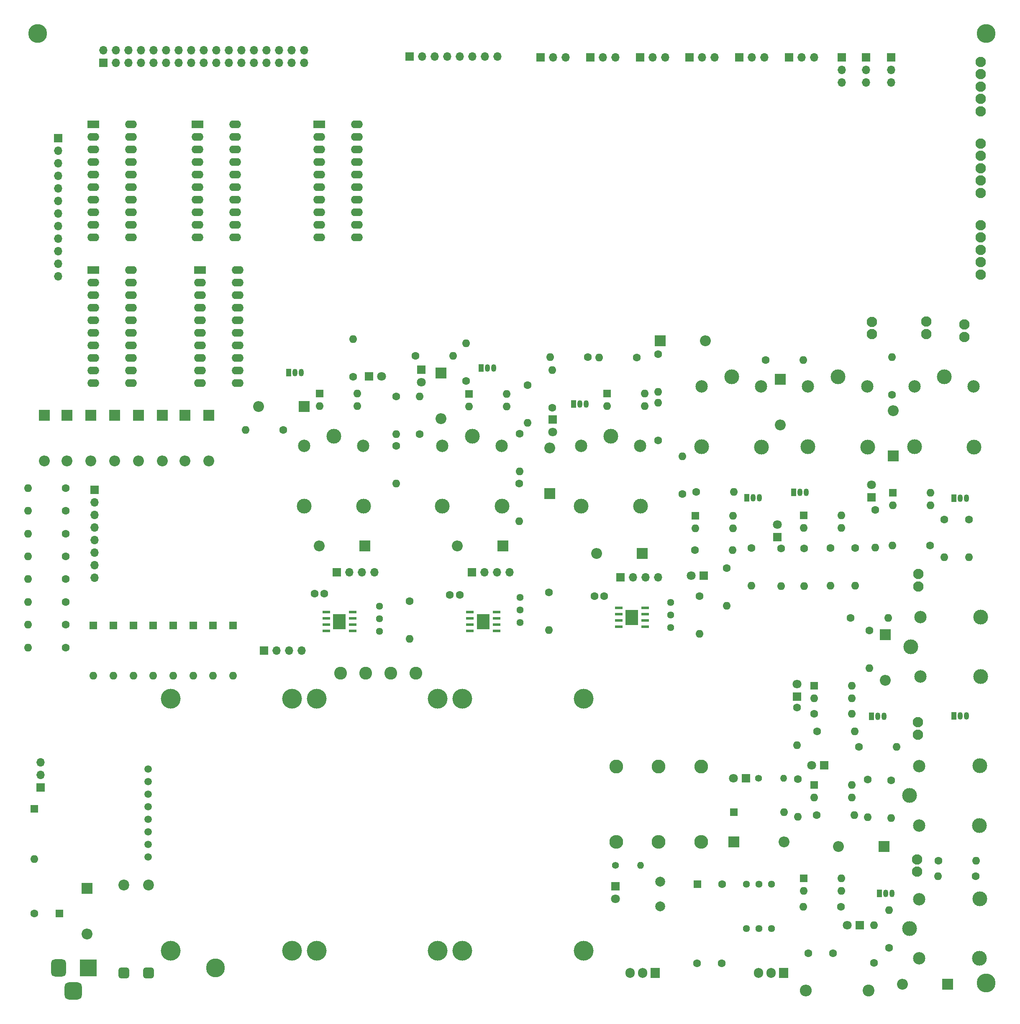
<source format=gts>
%TF.GenerationSoftware,KiCad,Pcbnew,8.0.6*%
%TF.CreationDate,2024-11-10T21:12:48-06:00*%
%TF.ProjectId,BATER-IA_PCB,42415445-522d-4494-915f-5043422e6b69,01*%
%TF.SameCoordinates,Original*%
%TF.FileFunction,Soldermask,Top*%
%TF.FilePolarity,Negative*%
%FSLAX46Y46*%
G04 Gerber Fmt 4.6, Leading zero omitted, Abs format (unit mm)*
G04 Created by KiCad (PCBNEW 8.0.6) date 2024-11-10 21:12:48*
%MOMM*%
%LPD*%
G01*
G04 APERTURE LIST*
G04 Aperture macros list*
%AMRoundRect*
0 Rectangle with rounded corners*
0 $1 Rounding radius*
0 $2 $3 $4 $5 $6 $7 $8 $9 X,Y pos of 4 corners*
0 Add a 4 corners polygon primitive as box body*
4,1,4,$2,$3,$4,$5,$6,$7,$8,$9,$2,$3,0*
0 Add four circle primitives for the rounded corners*
1,1,$1+$1,$2,$3*
1,1,$1+$1,$4,$5*
1,1,$1+$1,$6,$7*
1,1,$1+$1,$8,$9*
0 Add four rect primitives between the rounded corners*
20,1,$1+$1,$2,$3,$4,$5,0*
20,1,$1+$1,$4,$5,$6,$7,0*
20,1,$1+$1,$6,$7,$8,$9,0*
20,1,$1+$1,$8,$9,$2,$3,0*%
G04 Aperture macros list end*
%ADD10O,2.200000X2.200000*%
%ADD11R,2.200000X2.200000*%
%ADD12R,1.700000X1.700000*%
%ADD13O,1.700000X1.700000*%
%ADD14R,1.600000X1.600000*%
%ADD15O,1.600000X1.600000*%
%ADD16C,3.000000*%
%ADD17C,2.500000*%
%ADD18C,1.600000*%
%ADD19C,2.000000*%
%ADD20R,2.400000X1.600000*%
%ADD21O,2.400000X1.600000*%
%ADD22R,1.905000X2.000000*%
%ADD23O,1.905000X2.000000*%
%ADD24C,1.400000*%
%ADD25O,1.400000X1.400000*%
%ADD26R,2.600000X3.100000*%
%ADD27R,1.550000X0.600000*%
%ADD28R,1.050000X1.500000*%
%ADD29O,1.050000X1.500000*%
%ADD30C,2.600000*%
%ADD31C,3.800000*%
%ADD32C,2.100000*%
%ADD33C,4.000000*%
%ADD34R,1.800000X1.800000*%
%ADD35C,1.800000*%
%ADD36RoundRect,0.550000X0.550000X-0.550000X0.550000X0.550000X-0.550000X0.550000X-0.550000X-0.550000X0*%
%ADD37C,2.200000*%
%ADD38C,1.440000*%
%ADD39C,2.800000*%
%ADD40O,2.800000X2.800000*%
%ADD41C,1.500000*%
%ADD42R,3.500000X3.500000*%
%ADD43RoundRect,0.750000X-0.750000X-1.000000X0.750000X-1.000000X0.750000X1.000000X-0.750000X1.000000X0*%
%ADD44RoundRect,0.875000X-0.875000X-0.875000X0.875000X-0.875000X0.875000X0.875000X-0.875000X0.875000X0*%
%ADD45C,2.400000*%
%ADD46O,2.400000X2.400000*%
G04 APERTURE END LIST*
D10*
%TO.C,D13*%
X103886000Y-120416000D03*
D11*
X103886000Y-111216000D03*
%TD*%
D10*
%TO.C,D7*%
X89662000Y-120416000D03*
D11*
X89662000Y-111216000D03*
%TD*%
D10*
%TO.C,D5*%
X84836000Y-120416000D03*
D11*
X84836000Y-111216000D03*
%TD*%
D10*
%TO.C,D9*%
X94488000Y-120416000D03*
D11*
X94488000Y-111216000D03*
%TD*%
D10*
%TO.C,D15*%
X108712000Y-120416000D03*
D11*
X108712000Y-111216000D03*
%TD*%
D10*
%TO.C,D1*%
X75438000Y-120416000D03*
D11*
X75438000Y-111216000D03*
%TD*%
D10*
%TO.C,D3*%
X80010000Y-120416000D03*
D11*
X80010000Y-111216000D03*
%TD*%
D10*
%TO.C,D11*%
X99314000Y-120416000D03*
D11*
X99314000Y-111216000D03*
%TD*%
D10*
%TO.C,D17*%
X84000000Y-216100000D03*
D11*
X84000000Y-206900000D03*
%TD*%
D10*
%TO.C,D40*%
X131044000Y-137586000D03*
D11*
X140244000Y-137586000D03*
%TD*%
D10*
%TO.C,D21*%
X118780000Y-109400000D03*
D11*
X127980000Y-109400000D03*
%TD*%
D10*
%TO.C,D33*%
X245580000Y-164810000D03*
D11*
X245580000Y-155610000D03*
%TD*%
D10*
%TO.C,D22*%
X155660000Y-111890000D03*
D11*
X155660000Y-102690000D03*
%TD*%
D10*
%TO.C,D23*%
X177650000Y-117850000D03*
D11*
X177650000Y-127050000D03*
%TD*%
D10*
%TO.C,D34*%
X236120000Y-198390000D03*
D11*
X245320000Y-198390000D03*
%TD*%
D10*
%TO.C,D42*%
X158984000Y-137586000D03*
D11*
X168184000Y-137586000D03*
%TD*%
D10*
%TO.C,D28*%
X224310000Y-113120000D03*
D11*
X224310000Y-103920000D03*
%TD*%
D10*
%TO.C,D35*%
X249010000Y-226300000D03*
D11*
X258210000Y-226300000D03*
%TD*%
D10*
%TO.C,D43*%
X187178000Y-139110000D03*
D11*
X196378000Y-139110000D03*
%TD*%
D10*
%TO.C,D27*%
X209210000Y-96110000D03*
D11*
X200010000Y-96110000D03*
%TD*%
D10*
%TO.C,D29*%
X247150000Y-110250000D03*
D11*
X247150000Y-119450000D03*
%TD*%
D12*
%TO.C,J27*%
X192024000Y-143936000D03*
D13*
X194564000Y-143936000D03*
X197104000Y-143936000D03*
X199644000Y-143936000D03*
%TD*%
D14*
%TO.C,O5*%
X229100000Y-131425000D03*
D15*
X229100000Y-133965000D03*
X236720000Y-133965000D03*
X236720000Y-131425000D03*
%TD*%
D12*
%TO.C,J5*%
X149320000Y-38613000D03*
D13*
X151860000Y-38613000D03*
X154400000Y-38613000D03*
X156940000Y-38613000D03*
X159480000Y-38613000D03*
X162020000Y-38613000D03*
X164560000Y-38613000D03*
X167100000Y-38613000D03*
%TD*%
D16*
%TO.C,K8*%
X250500000Y-188100000D03*
D17*
X252450000Y-194150000D03*
D16*
X264650000Y-194150000D03*
X264700000Y-182100000D03*
D17*
X252450000Y-182150000D03*
%TD*%
D18*
%TO.C,R41*%
X242050000Y-184870000D03*
D15*
X242050000Y-192490000D03*
%TD*%
D18*
%TO.C,R70*%
X79756000Y-139736285D03*
D15*
X72136000Y-139736285D03*
%TD*%
D12*
%TO.C,J10*%
X205990500Y-38800000D03*
D13*
X208530500Y-38800000D03*
X211070500Y-38800000D03*
%TD*%
D14*
%TO.C,D14*%
X89379116Y-153670000D03*
D15*
X89379116Y-163830000D03*
%TD*%
D18*
%TO.C,R52*%
X149352000Y-148762000D03*
D15*
X149352000Y-156382000D03*
%TD*%
D12*
%TO.C,J15*%
X236800000Y-38800000D03*
D13*
X236800000Y-41340000D03*
X236800000Y-43880000D03*
%TD*%
D14*
%TO.C,D12*%
X93414232Y-153670000D03*
D15*
X93414232Y-163830000D03*
%TD*%
D19*
%TO.C,C3*%
X200000000Y-210500000D03*
X200000000Y-205500000D03*
%TD*%
D18*
%TO.C,R73*%
X79756000Y-153561140D03*
D15*
X72136000Y-153561140D03*
%TD*%
D20*
%TO.C,U1*%
X85344000Y-52324000D03*
D21*
X85344000Y-54864000D03*
X85344000Y-57404000D03*
X85344000Y-59944000D03*
X85344000Y-62484000D03*
X85344000Y-65024000D03*
X85344000Y-67564000D03*
X85344000Y-70104000D03*
X85344000Y-72644000D03*
X85344000Y-75184000D03*
X92964000Y-75184000D03*
X92964000Y-72644000D03*
X92964000Y-70104000D03*
X92964000Y-67564000D03*
X92964000Y-65024000D03*
X92964000Y-62484000D03*
X92964000Y-59944000D03*
X92964000Y-57404000D03*
X92964000Y-54864000D03*
X92964000Y-52324000D03*
%TD*%
D18*
%TO.C,R43*%
X238510000Y-152150000D03*
D15*
X246130000Y-152150000D03*
%TD*%
D22*
%TO.C,U7*%
X225000000Y-224000000D03*
D23*
X222460000Y-224000000D03*
X219920000Y-224000000D03*
%TD*%
D18*
%TO.C,R67*%
X79756000Y-125911430D03*
D15*
X72136000Y-125911430D03*
%TD*%
D24*
%TO.C,R50*%
X191008000Y-202184000D03*
D25*
X196088000Y-202184000D03*
%TD*%
D18*
%TO.C,C5*%
X230000000Y-220000000D03*
X235000000Y-220000000D03*
%TD*%
D26*
%TO.C,CN2*%
X164226000Y-152908000D03*
D27*
X166926000Y-154813000D03*
X166926000Y-153543000D03*
X166926000Y-152273000D03*
X166926000Y-151003000D03*
X161526000Y-151003000D03*
X161526000Y-152273000D03*
X161526000Y-153543000D03*
X161526000Y-154813000D03*
%TD*%
D28*
%TO.C,Q5*%
X227030000Y-126790000D03*
D29*
X228300000Y-126790000D03*
X229570000Y-126790000D03*
%TD*%
D18*
%TO.C,R21*%
X243540000Y-130310000D03*
D15*
X243540000Y-137930000D03*
%TD*%
D20*
%TO.C,U2*%
X85344000Y-81788000D03*
D21*
X85344000Y-84328000D03*
X85344000Y-86868000D03*
X85344000Y-89408000D03*
X85344000Y-91948000D03*
X85344000Y-94488000D03*
X85344000Y-97028000D03*
X85344000Y-99568000D03*
X85344000Y-102108000D03*
X85344000Y-104648000D03*
X92964000Y-104648000D03*
X92964000Y-102108000D03*
X92964000Y-99568000D03*
X92964000Y-97028000D03*
X92964000Y-94488000D03*
X92964000Y-91948000D03*
X92964000Y-89408000D03*
X92964000Y-86868000D03*
X92964000Y-84328000D03*
X92964000Y-81788000D03*
%TD*%
D30*
%TO.C,H4*%
X110000000Y-223000000D03*
D31*
X110000000Y-223000000D03*
%TD*%
D14*
%TO.C,D10*%
X97449348Y-153670000D03*
D15*
X97449348Y-163830000D03*
%TD*%
D12*
%TO.C,J14*%
X241700000Y-38800000D03*
D13*
X241700000Y-41340000D03*
X241700000Y-43880000D03*
%TD*%
D14*
%TO.C,D4*%
X109554696Y-153670000D03*
D15*
X109554696Y-163830000D03*
%TD*%
D18*
%TO.C,R31*%
X207300000Y-126660000D03*
D15*
X214920000Y-126660000D03*
%TD*%
D18*
%TO.C,R9*%
X185400000Y-99470000D03*
D15*
X177780000Y-99470000D03*
%TD*%
D20*
%TO.C,U3*%
X106926500Y-81788000D03*
D21*
X106926500Y-84328000D03*
X106926500Y-86868000D03*
X106926500Y-89408000D03*
X106926500Y-91948000D03*
X106926500Y-94488000D03*
X106926500Y-97028000D03*
X106926500Y-99568000D03*
X106926500Y-102108000D03*
X106926500Y-104648000D03*
X114546500Y-104648000D03*
X114546500Y-102108000D03*
X114546500Y-99568000D03*
X114546500Y-97028000D03*
X114546500Y-94488000D03*
X114546500Y-91948000D03*
X114546500Y-89408000D03*
X114546500Y-86868000D03*
X114546500Y-84328000D03*
X114546500Y-81788000D03*
%TD*%
D18*
%TO.C,R11*%
X171530000Y-124980000D03*
D15*
X171530000Y-132600000D03*
%TD*%
D12*
%TO.C,J28*%
X119888000Y-158750000D03*
D13*
X122428000Y-158750000D03*
X124968000Y-158750000D03*
X127508000Y-158750000D03*
%TD*%
D32*
%TO.C,J20*%
X253850000Y-92280000D03*
X253850000Y-94780000D03*
%TD*%
D14*
%TO.C,D6*%
X105519580Y-153670000D03*
D15*
X105519580Y-163830000D03*
%TD*%
D18*
%TO.C,R25*%
X218490000Y-138070000D03*
D15*
X218490000Y-145690000D03*
%TD*%
D16*
%TO.C,K4*%
X214475000Y-103400000D03*
D17*
X208425000Y-105350000D03*
D16*
X208425000Y-117550000D03*
X220475000Y-117600000D03*
D17*
X220425000Y-105350000D03*
%TD*%
D33*
%TO.C,DC-DC2*%
X130500000Y-219500000D03*
X155000000Y-219500000D03*
X130500000Y-168500000D03*
X155000000Y-168500000D03*
%TD*%
D18*
%TO.C,R68*%
X79756000Y-130519715D03*
D15*
X72136000Y-130519715D03*
%TD*%
D34*
%TO.C,D18*%
X141125000Y-103300000D03*
D35*
X143665000Y-103300000D03*
%TD*%
D12*
%TO.C,J2*%
X74676000Y-186436000D03*
D13*
X74676000Y-183896000D03*
X74676000Y-181356000D03*
%TD*%
D18*
%TO.C,R26*%
X234480000Y-138040000D03*
D15*
X234480000Y-145660000D03*
%TD*%
D28*
%TO.C,Q9*%
X244360000Y-207910000D03*
D29*
X245630000Y-207910000D03*
X246900000Y-207910000D03*
%TD*%
D36*
%TO.C,F1*%
X91500000Y-224000000D03*
X96500000Y-224000000D03*
D37*
X91500000Y-206200000D03*
X96500000Y-206200000D03*
%TD*%
D14*
%TO.C,D38*%
X214920000Y-191500000D03*
D15*
X225080000Y-191500000D03*
%TD*%
D18*
%TO.C,R17*%
X171550000Y-114920000D03*
D15*
X171550000Y-122540000D03*
%TD*%
D14*
%TO.C,O2*%
X161300000Y-106925000D03*
D15*
X161300000Y-109465000D03*
X168920000Y-109465000D03*
X168920000Y-106925000D03*
%TD*%
D32*
%TO.C,J16*%
X264855000Y-49729000D03*
X264855000Y-47229000D03*
X264855000Y-44729000D03*
X264855000Y-42229000D03*
X264855000Y-39729000D03*
%TD*%
%TO.C,J23*%
X252200000Y-173300000D03*
X252200000Y-175800000D03*
%TD*%
D18*
%TO.C,R38*%
X231730000Y-192030000D03*
D15*
X239350000Y-192030000D03*
%TD*%
D30*
%TO.C,H2*%
X266000000Y-34000000D03*
D31*
X266000000Y-34000000D03*
%TD*%
D18*
%TO.C,R54*%
X208026000Y-147746000D03*
D15*
X208026000Y-155366000D03*
%TD*%
D32*
%TO.C,J22*%
X252295000Y-143300000D03*
X252295000Y-145800000D03*
%TD*%
D18*
%TO.C,R28*%
X204500000Y-127110000D03*
D15*
X204500000Y-119490000D03*
%TD*%
D18*
%TO.C,C6*%
X130080000Y-147238000D03*
X132080000Y-147238000D03*
%TD*%
D14*
%TO.C,D41*%
X73406000Y-190754000D03*
D15*
X73406000Y-200914000D03*
%TD*%
D14*
%TO.C,C1*%
X78402651Y-212000000D03*
D18*
X73402651Y-212000000D03*
%TD*%
D38*
%TO.C,R_POT1*%
X222540000Y-215000000D03*
X220000000Y-215000000D03*
X217460000Y-215000000D03*
%TD*%
D16*
%TO.C,K2*%
X162000000Y-115400000D03*
D17*
X155950000Y-117350000D03*
D16*
X155950000Y-129550000D03*
X168000000Y-129600000D03*
D17*
X167950000Y-117350000D03*
%TD*%
D34*
%TO.C,D26*%
X242760000Y-127795000D03*
D35*
X242760000Y-125255000D03*
%TD*%
D14*
%TO.C,D2*%
X113589812Y-153670000D03*
D15*
X113589812Y-163830000D03*
%TD*%
D38*
%TO.C,R_POT4*%
X171704000Y-153090000D03*
X171704000Y-150550000D03*
X171704000Y-148010000D03*
%TD*%
D12*
%TO.C,J11*%
X216055250Y-38800000D03*
D13*
X218595250Y-38800000D03*
X221135250Y-38800000D03*
%TD*%
D18*
%TO.C,R6*%
X178190000Y-109700000D03*
D15*
X178190000Y-102080000D03*
%TD*%
D14*
%TO.C,O1*%
X131100000Y-106825000D03*
D15*
X131100000Y-109365000D03*
X138720000Y-109365000D03*
X138720000Y-106825000D03*
%TD*%
D24*
%TO.C,R51*%
X219950000Y-184620000D03*
D25*
X225030000Y-184620000D03*
%TD*%
D18*
%TO.C,R71*%
X79756000Y-144344570D03*
D15*
X72136000Y-144344570D03*
%TD*%
D33*
%TO.C,DC-DC1*%
X101000000Y-219500000D03*
X125500000Y-219500000D03*
X101000000Y-168500000D03*
X125500000Y-168500000D03*
%TD*%
D39*
%TO.C,R2*%
X199700000Y-182280000D03*
D40*
X199700000Y-197520000D03*
%TD*%
D14*
%TO.C,O4*%
X207100000Y-131525000D03*
D15*
X207100000Y-134065000D03*
X214720000Y-134065000D03*
X214720000Y-131525000D03*
%TD*%
D12*
%TO.C,J1*%
X85598000Y-126238000D03*
D13*
X85598000Y-128778000D03*
X85598000Y-131318000D03*
X85598000Y-133858000D03*
X85598000Y-136398000D03*
X85598000Y-138938000D03*
X85598000Y-141478000D03*
X85598000Y-144018000D03*
%TD*%
D18*
%TO.C,R10*%
X151300000Y-115020000D03*
D15*
X151300000Y-107400000D03*
%TD*%
D18*
%TO.C,R5*%
X150480000Y-99180000D03*
D15*
X158100000Y-99180000D03*
%TD*%
D32*
%TO.C,J17*%
X264855000Y-66239000D03*
X264855000Y-63739000D03*
X264855000Y-61239000D03*
X264855000Y-58739000D03*
X264855000Y-56239000D03*
%TD*%
D18*
%TO.C,R74*%
X79756000Y-158169430D03*
D15*
X72136000Y-158169430D03*
%TD*%
D18*
%TO.C,R18*%
X199630000Y-116300000D03*
D15*
X199630000Y-108680000D03*
%TD*%
D34*
%TO.C,D30*%
X227730000Y-168065000D03*
D35*
X227730000Y-165525000D03*
%TD*%
D28*
%TO.C,Q1*%
X124830000Y-102575000D03*
D29*
X126100000Y-102575000D03*
X127370000Y-102575000D03*
%TD*%
D28*
%TO.C,Q8*%
X259460000Y-171960000D03*
D29*
X260730000Y-171960000D03*
X262000000Y-171960000D03*
%TD*%
D32*
%TO.C,J18*%
X264855000Y-82749000D03*
X264855000Y-80249000D03*
X264855000Y-77749000D03*
X264855000Y-75249000D03*
X264855000Y-72749000D03*
%TD*%
D14*
%TO.C,O9*%
X229060000Y-204855000D03*
D15*
X229060000Y-207395000D03*
X236680000Y-207395000D03*
X236680000Y-204855000D03*
%TD*%
D34*
%TO.C,D31*%
X233180000Y-182000000D03*
D35*
X230640000Y-182000000D03*
%TD*%
D34*
%TO.C,D25*%
X223740000Y-135845000D03*
D35*
X223740000Y-133305000D03*
%TD*%
D18*
%TO.C,R22*%
X207090000Y-138450000D03*
D15*
X214710000Y-138450000D03*
%TD*%
D18*
%TO.C,R15*%
X199640000Y-98840000D03*
D15*
X199640000Y-106460000D03*
%TD*%
D14*
%TO.C,O3*%
X189300000Y-106825000D03*
D15*
X189300000Y-109365000D03*
X196920000Y-109365000D03*
X196920000Y-106825000D03*
%TD*%
D20*
%TO.C,U4*%
X106426000Y-52324000D03*
D21*
X106426000Y-54864000D03*
X106426000Y-57404000D03*
X106426000Y-59944000D03*
X106426000Y-62484000D03*
X106426000Y-65024000D03*
X106426000Y-67564000D03*
X106426000Y-70104000D03*
X106426000Y-72644000D03*
X106426000Y-75184000D03*
X114046000Y-75184000D03*
X114046000Y-72644000D03*
X114046000Y-70104000D03*
X114046000Y-67564000D03*
X114046000Y-65024000D03*
X114046000Y-62484000D03*
X114046000Y-59944000D03*
X114046000Y-57404000D03*
X114046000Y-54864000D03*
X114046000Y-52324000D03*
%TD*%
D41*
%TO.C,INA1*%
X96368000Y-200516000D03*
X96368000Y-197976000D03*
X96368000Y-195436000D03*
X96368000Y-192896000D03*
X96368000Y-190356000D03*
X96368000Y-187816000D03*
X96368000Y-185276000D03*
X96368000Y-182736000D03*
%TD*%
D32*
%TO.C,J21*%
X261570000Y-92860000D03*
X261570000Y-95360000D03*
%TD*%
D16*
%TO.C,K9*%
X250500000Y-215000000D03*
D17*
X252450000Y-221050000D03*
D16*
X264650000Y-221050000D03*
X264700000Y-209000000D03*
D17*
X252450000Y-209050000D03*
%TD*%
D12*
%TO.C,J9*%
X195925750Y-38800000D03*
D13*
X198465750Y-38800000D03*
X201005750Y-38800000D03*
%TD*%
D32*
%TO.C,J24*%
X252000000Y-203500000D03*
X252000000Y-201000000D03*
%TD*%
D14*
%TO.C,D8*%
X101484464Y-153670000D03*
D15*
X101484464Y-163830000D03*
%TD*%
D16*
%TO.C,K6*%
X257525000Y-103400000D03*
D17*
X251475000Y-105350000D03*
D16*
X251475000Y-117550000D03*
X263525000Y-117600000D03*
D17*
X263475000Y-105350000D03*
%TD*%
D18*
%TO.C,R46*%
X242320000Y-154760000D03*
D15*
X242320000Y-162380000D03*
%TD*%
D18*
%TO.C,R37*%
X231740000Y-175150000D03*
D15*
X239360000Y-175150000D03*
%TD*%
D33*
%TO.C,DC-DC3*%
X160000000Y-219500000D03*
X184500000Y-219500000D03*
X160000000Y-168500000D03*
X184500000Y-168500000D03*
%TD*%
D38*
%TO.C,R_POT5*%
X202184000Y-154096000D03*
X202184000Y-151556000D03*
X202184000Y-149016000D03*
%TD*%
D16*
%TO.C,K3*%
X190050000Y-115400000D03*
D17*
X184000000Y-117350000D03*
D16*
X184000000Y-129550000D03*
X196050000Y-129600000D03*
D17*
X196000000Y-117350000D03*
%TD*%
D18*
%TO.C,R33*%
X246890000Y-107040000D03*
D15*
X246890000Y-99420000D03*
%TD*%
D39*
%TO.C,R3*%
X208300000Y-182280000D03*
D40*
X208300000Y-197520000D03*
%TD*%
D28*
%TO.C,Q3*%
X182510000Y-108950000D03*
D29*
X183780000Y-108950000D03*
X185050000Y-108950000D03*
%TD*%
D16*
%TO.C,K7*%
X250700000Y-158000000D03*
D17*
X252650000Y-164050000D03*
D16*
X264850000Y-164050000D03*
X264900000Y-152000000D03*
D17*
X252650000Y-152050000D03*
%TD*%
D39*
%TO.C,R1*%
X191100000Y-182280000D03*
D40*
X191100000Y-197520000D03*
%TD*%
D28*
%TO.C,Q4*%
X217530000Y-127880000D03*
D29*
X218800000Y-127880000D03*
X220070000Y-127880000D03*
%TD*%
D18*
%TO.C,R36*%
X246330000Y-218880000D03*
D15*
X246330000Y-211260000D03*
%TD*%
D26*
%TO.C,CN3*%
X194310000Y-152064000D03*
D27*
X197010000Y-153969000D03*
X197010000Y-152699000D03*
X197010000Y-151429000D03*
X197010000Y-150159000D03*
X191610000Y-150159000D03*
X191610000Y-151429000D03*
X191610000Y-152699000D03*
X191610000Y-153969000D03*
%TD*%
D30*
%TO.C,SHORT_1*%
X140462000Y-163322000D03*
X135382000Y-163322000D03*
%TD*%
%TO.C,H1*%
X74000000Y-34000000D03*
D31*
X74000000Y-34000000D03*
%TD*%
D18*
%TO.C,R12*%
X195250000Y-99490000D03*
D15*
X187630000Y-99490000D03*
%TD*%
D16*
%TO.C,K5*%
X236000000Y-103400000D03*
D17*
X229950000Y-105350000D03*
D16*
X229950000Y-117550000D03*
X242000000Y-117600000D03*
D17*
X241950000Y-105350000D03*
%TD*%
D18*
%TO.C,R19*%
X213480000Y-142090000D03*
D15*
X213480000Y-149710000D03*
%TD*%
D34*
%TO.C,D24*%
X208795000Y-143620000D03*
D35*
X206255000Y-143620000D03*
%TD*%
D18*
%TO.C,R39*%
X243250000Y-221940000D03*
D15*
X243250000Y-214320000D03*
%TD*%
D28*
%TO.C,Q6*%
X259450000Y-128000000D03*
D29*
X260720000Y-128000000D03*
X261990000Y-128000000D03*
%TD*%
D20*
%TO.C,U5*%
X131064000Y-52324000D03*
D21*
X131064000Y-54864000D03*
X131064000Y-57404000D03*
X131064000Y-59944000D03*
X131064000Y-62484000D03*
X131064000Y-65024000D03*
X131064000Y-67564000D03*
X131064000Y-70104000D03*
X131064000Y-72644000D03*
X131064000Y-75184000D03*
X138684000Y-75184000D03*
X138684000Y-72644000D03*
X138684000Y-70104000D03*
X138684000Y-67564000D03*
X138684000Y-65024000D03*
X138684000Y-62484000D03*
X138684000Y-59944000D03*
X138684000Y-57404000D03*
X138684000Y-54864000D03*
X138684000Y-52324000D03*
%TD*%
D22*
%TO.C,U6*%
X199000000Y-224000000D03*
D23*
X196460000Y-224000000D03*
X193920000Y-224000000D03*
%TD*%
D18*
%TO.C,C8*%
X186706000Y-147746000D03*
X188706000Y-147746000D03*
%TD*%
%TO.C,R44*%
X240280000Y-178300000D03*
D15*
X247900000Y-178300000D03*
%TD*%
D12*
%TO.C,J8*%
X185861000Y-38800000D03*
D13*
X188401000Y-38800000D03*
X190941000Y-38800000D03*
%TD*%
D14*
%TO.C,D16*%
X85344000Y-153670000D03*
D15*
X85344000Y-163830000D03*
%TD*%
D18*
%TO.C,R4*%
X137900000Y-103410000D03*
D15*
X137900000Y-95790000D03*
%TD*%
D38*
%TO.C,R_POT3*%
X143256000Y-154858000D03*
X143256000Y-152318000D03*
X143256000Y-149778000D03*
%TD*%
D18*
%TO.C,R30*%
X262550000Y-132290000D03*
D15*
X262550000Y-139910000D03*
%TD*%
D12*
%TO.C,J7*%
X175796250Y-38800000D03*
D13*
X178336250Y-38800000D03*
X180876250Y-38800000D03*
%TD*%
D12*
%TO.C,J26*%
X161925000Y-142920000D03*
D13*
X164465000Y-142920000D03*
X167005000Y-142920000D03*
X169545000Y-142920000D03*
%TD*%
D34*
%TO.C,D20*%
X178250000Y-112095000D03*
D35*
X178250000Y-114635000D03*
%TD*%
D14*
%TO.C,O8*%
X231220000Y-185945000D03*
D15*
X231220000Y-188485000D03*
X238840000Y-188485000D03*
X238840000Y-185945000D03*
%TD*%
D18*
%TO.C,R42*%
X236610000Y-210590000D03*
D15*
X228990000Y-210590000D03*
%TD*%
D12*
%TO.C,J13*%
X246800000Y-38800000D03*
D13*
X246800000Y-41340000D03*
X246800000Y-43880000D03*
%TD*%
D12*
%TO.C,J25*%
X134620000Y-142920000D03*
D13*
X137160000Y-142920000D03*
X139700000Y-142920000D03*
X142240000Y-142920000D03*
%TD*%
D18*
%TO.C,R27*%
X257530000Y-132320000D03*
D15*
X257530000Y-139940000D03*
%TD*%
D34*
%TO.C,D39*%
X217415000Y-184620000D03*
D35*
X214875000Y-184620000D03*
%TD*%
D18*
%TO.C,R23*%
X229140000Y-138140000D03*
D15*
X229140000Y-145760000D03*
%TD*%
D12*
%TO.C,J12*%
X226120000Y-38800000D03*
D13*
X228660000Y-38800000D03*
X231200000Y-38800000D03*
%TD*%
D18*
%TO.C,R14*%
X173160000Y-105080000D03*
D15*
X173160000Y-112700000D03*
%TD*%
D18*
%TO.C,C7*%
X157480000Y-147492000D03*
X159480000Y-147492000D03*
%TD*%
D14*
%TO.C,C4*%
X207597349Y-206000000D03*
D18*
X212597349Y-206000000D03*
%TD*%
D34*
%TO.C,D19*%
X151690000Y-101950000D03*
D35*
X151690000Y-104490000D03*
%TD*%
D26*
%TO.C,CN1*%
X135128000Y-152908000D03*
D27*
X137828000Y-154813000D03*
X137828000Y-153543000D03*
X137828000Y-152273000D03*
X137828000Y-151003000D03*
X132428000Y-151003000D03*
X132428000Y-152273000D03*
X132428000Y-153543000D03*
X132428000Y-154813000D03*
%TD*%
D14*
%TO.C,O6*%
X247130000Y-126855000D03*
D15*
X247130000Y-129395000D03*
X254750000Y-129395000D03*
X254750000Y-126855000D03*
%TD*%
D32*
%TO.C,J19*%
X242850000Y-92290000D03*
X242850000Y-94790000D03*
%TD*%
D18*
%TO.C,R34*%
X227680000Y-170320000D03*
D15*
X227680000Y-177940000D03*
%TD*%
D14*
%TO.C,O7*%
X231220000Y-165865000D03*
D15*
X231220000Y-168405000D03*
X238840000Y-168405000D03*
X238840000Y-165865000D03*
%TD*%
D34*
%TO.C,D32*%
X240410000Y-214360000D03*
D35*
X237870000Y-214360000D03*
%TD*%
D28*
%TO.C,Q7*%
X242790000Y-172070000D03*
D29*
X244060000Y-172070000D03*
X245330000Y-172070000D03*
%TD*%
D18*
%TO.C,C2*%
X212500000Y-222000000D03*
X207500000Y-222000000D03*
%TD*%
D30*
%TO.C,H3*%
X266000000Y-226000000D03*
D31*
X266000000Y-226000000D03*
%TD*%
D12*
%TO.C,J4*%
X87376000Y-39888000D03*
D13*
X87376000Y-37348000D03*
X89916000Y-39888000D03*
X89916000Y-37348000D03*
X92456000Y-39888000D03*
X92456000Y-37348000D03*
X94996000Y-39888000D03*
X94996000Y-37348000D03*
X97536000Y-39888000D03*
X97536000Y-37348000D03*
X100076000Y-39888000D03*
X100076000Y-37348000D03*
X102616000Y-39888000D03*
X102616000Y-37348000D03*
X105156000Y-39888000D03*
X105156000Y-37348000D03*
X107696000Y-39888000D03*
X107696000Y-37348000D03*
X110236000Y-39888000D03*
X110236000Y-37348000D03*
X112776000Y-39888000D03*
X112776000Y-37348000D03*
X115316000Y-39888000D03*
X115316000Y-37348000D03*
X117856000Y-39888000D03*
X117856000Y-37348000D03*
X120396000Y-39888000D03*
X120396000Y-37348000D03*
X122936000Y-39888000D03*
X122936000Y-37348000D03*
X125476000Y-39888000D03*
X125476000Y-37348000D03*
X128016000Y-39888000D03*
X128016000Y-37348000D03*
%TD*%
D18*
%TO.C,R53*%
X177546000Y-146984000D03*
D15*
X177546000Y-154604000D03*
%TD*%
D18*
%TO.C,R72*%
X79756000Y-148952855D03*
D15*
X72136000Y-148952855D03*
%TD*%
D42*
%TO.C,J6*%
X84250000Y-222930000D03*
D43*
X78250000Y-222930000D03*
D44*
X81250000Y-227630000D03*
%TD*%
D45*
%TO.C,R49*%
X242150000Y-227500000D03*
D46*
X229450000Y-227500000D03*
%TD*%
D18*
%TO.C,R29*%
X239450000Y-138060000D03*
D15*
X239450000Y-145680000D03*
%TD*%
D18*
%TO.C,R8*%
X160750000Y-104250000D03*
D15*
X160750000Y-96630000D03*
%TD*%
D34*
%TO.C,D36*%
X191000000Y-206460000D03*
D35*
X191000000Y-209000000D03*
%TD*%
D18*
%TO.C,R20*%
X224500000Y-138120000D03*
D15*
X224500000Y-145740000D03*
%TD*%
D18*
%TO.C,R7*%
X123710000Y-114200000D03*
D15*
X116090000Y-114200000D03*
%TD*%
D30*
%TO.C,SHORT_2*%
X145542000Y-163322000D03*
X150622000Y-163322000D03*
%TD*%
D18*
%TO.C,R40*%
X231210000Y-171610000D03*
D15*
X238830000Y-171610000D03*
%TD*%
D18*
%TO.C,R24*%
X254650000Y-137530000D03*
D15*
X247030000Y-137530000D03*
%TD*%
D18*
%TO.C,R45*%
X256290000Y-201310000D03*
D15*
X263910000Y-201310000D03*
%TD*%
D18*
%TO.C,R69*%
X79756000Y-135128000D03*
D15*
X72136000Y-135128000D03*
%TD*%
D11*
%TO.C,D37*%
X214920000Y-197500000D03*
D10*
X225080000Y-197500000D03*
%TD*%
D18*
%TO.C,R32*%
X221320000Y-100070000D03*
D15*
X228940000Y-100070000D03*
%TD*%
D18*
%TO.C,R16*%
X146600000Y-117390000D03*
D15*
X146600000Y-125010000D03*
%TD*%
D16*
%TO.C,K1*%
X134000000Y-115400000D03*
D17*
X127950000Y-117350000D03*
D16*
X127950000Y-129550000D03*
X140000000Y-129600000D03*
D17*
X139950000Y-117350000D03*
%TD*%
D18*
%TO.C,R35*%
X227860000Y-184800000D03*
D15*
X227860000Y-192420000D03*
%TD*%
D18*
%TO.C,R13*%
X146600000Y-107400000D03*
D15*
X146600000Y-115020000D03*
%TD*%
D38*
%TO.C,R_POT2*%
X222540000Y-206000000D03*
X220000000Y-206000000D03*
X217460000Y-206000000D03*
%TD*%
D18*
%TO.C,R48*%
X263900000Y-204440000D03*
D15*
X256280000Y-204440000D03*
%TD*%
D18*
%TO.C,R47*%
X246750000Y-185010000D03*
D15*
X246750000Y-192630000D03*
%TD*%
D28*
%TO.C,Q2*%
X163770000Y-101630000D03*
D29*
X165040000Y-101630000D03*
X166310000Y-101630000D03*
%TD*%
D12*
%TO.C,J3*%
X78232000Y-55118000D03*
D13*
X78232000Y-57658000D03*
X78232000Y-60198000D03*
X78232000Y-62738000D03*
X78232000Y-65278000D03*
X78232000Y-67818000D03*
X78232000Y-70358000D03*
X78232000Y-72898000D03*
X78232000Y-75438000D03*
X78232000Y-77978000D03*
X78232000Y-80518000D03*
X78232000Y-83058000D03*
%TD*%
M02*

</source>
